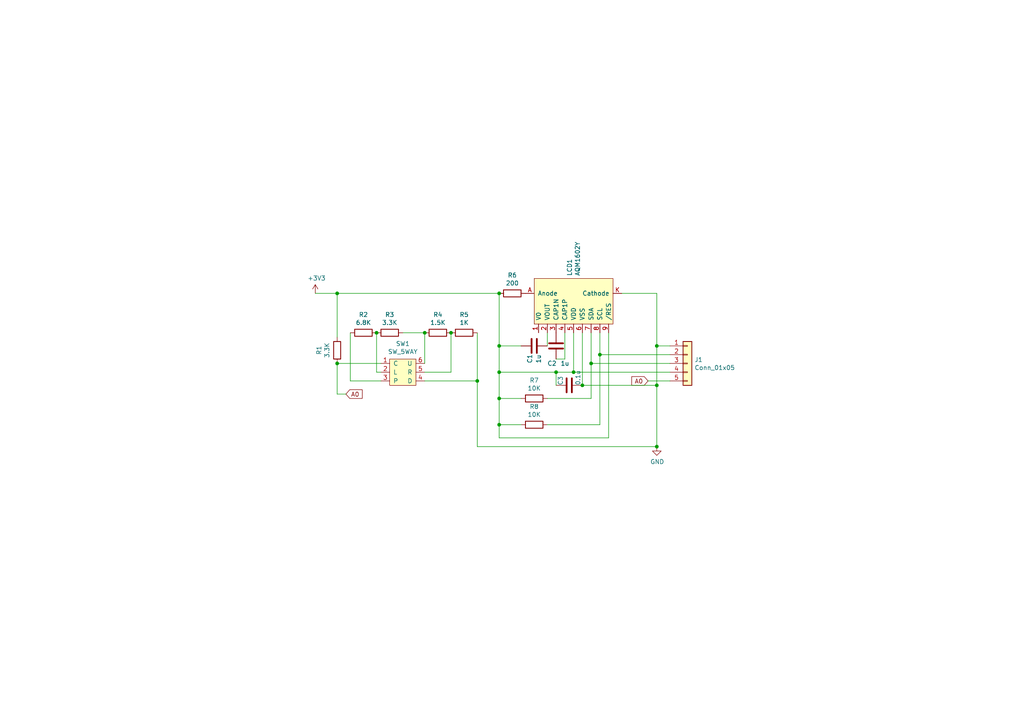
<source format=kicad_sch>
(kicad_sch (version 20231120) (generator "eeschema") (generator_version "8.0")
  (paper "A4")
  (title_block (title "5way switch LCD interface") (date "2023-02-24") (rev "1.0") (company "Nakanohito"))
  (lib_symbols
    (symbol "5way_lcd_interface-rescue:+3.3V-power" (power) (pin_names (offset 0))
      (property "Value" "power_+3.3V" (at 0 3.556 0))
      (symbol "+3.3V-power_0_1"
        (polyline (pts (xy -0.762 1.27) (xy 0 2.54)))
        (polyline (pts (xy 0 0) (xy 0 2.54)))
        (polyline (pts (xy 0 2.54) (xy 0.762 1.27)))
      )
      (symbol "+3.3V-power_1_1"
        (pin power_in line (at 0 0 90) (length 0) hide (name "+3V3") (number "1"))
      )
    )
    (symbol "5way_lcd_interface-rescue:GND-power" (power) (pin_names (offset 0))
      (property "Value" "power_GND" (at 0 -3.81 0))
      (symbol "GND-power_0_1"
        (polyline (pts (xy 0 0) (xy 0 -1.27) (xy 1.27 -1.27) (xy 0 -2.54) (xy -1.27 -1.27) (xy 0 -1.27)))
      )
      (symbol "GND-power_1_1"
        (pin power_in line (at 0 0 270) (length 0) hide (name "GND") (number "1"))
      )
    )
    (symbol "Connector_Generic:Conn_01x05" (pin_names (offset 1.016) hide)
      (property "Reference" "J" (at 0 7.62 0))
      (property "Value" "Conn_01x05" (at 0 -7.62 0))
      (symbol "Conn_01x05_1_1"
        (rectangle (start -1.27 -4.953) (end 0 -5.207) (stroke (width 0.1524)))
        (rectangle (start -1.27 -2.413) (end 0 -2.667) (stroke (width 0.1524)))
        (rectangle (start -1.27 0.127) (end 0 -0.127) (stroke (width 0.1524)))
        (rectangle (start -1.27 2.667) (end 0 2.413) (stroke (width 0.1524)))
        (rectangle (start -1.27 5.207) (end 0 4.953) (stroke (width 0.1524)))
        (rectangle (start -1.27 6.35) (end 1.27 -6.35) (stroke (width 0.254)) (fill (type background)))
        (pin passive line (at -5.08 5.08 0) (length 3.81) (name "Pin_1") (number "1"))
        (pin passive line (at -5.08 2.54 0) (length 3.81) (name "Pin_2") (number "2"))
        (pin passive line (at -5.08 0 0) (length 3.81) (name "Pin_3") (number "3"))
        (pin passive line (at -5.08 -2.54 0) (length 3.81) (name "Pin_4") (number "4"))
        (pin passive line (at -5.08 -5.08 0) (length 3.81) (name "Pin_5") (number "5"))
      )
    )
    (symbol "Device:C" (pin_numbers hide) (pin_names (offset 0.254))
      (property "Reference" "C" (at 0.635 2.54 0))
      (property "Value" "C" (at 0.635 -2.54 0))
      (symbol "C_0_1"
        (polyline (pts (xy -2.032 -0.762) (xy 2.032 -0.762)) (stroke (width 0.508)))
        (polyline (pts (xy -2.032 0.762) (xy 2.032 0.762)) (stroke (width 0.508)))
      )
      (symbol "C_1_1"
        (pin passive line (at 0 3.81 270) (length 2.794) (name "~") (number "1"))
        (pin passive line (at 0 -3.81 90) (length 2.794) (name "~") (number "2"))
      )
    )
    (symbol "Device:R" (pin_numbers hide) (pin_names (offset 0))
      (property "Reference" "R" (at 2.032 0 90))
      (property "Value" "R" (at 0 0 90))
      (symbol "R_0_1"
        (rectangle (start -1.016 -2.54) (end 1.016 2.54) (stroke (width 0.254)))
      )
      (symbol "R_1_1"
        (pin passive line (at 0 3.81 270) (length 1.27) (name "~") (number "1"))
        (pin passive line (at 0 -3.81 90) (length 1.27) (name "~") (number "2"))
      )
    )
    (symbol "User_Library:AQM1602Y" (pin_names (offset 1.016))
      (property "Reference" "LCD" (at 5.334 2.286 0))
      (property "Value" "AQM1602Y" (at 8.382 6.858 0))
      (symbol "AQM1602Y_0_1"
        (rectangle (start 2.54 1.27) (end 15.748 -21.59) (fill (type background)))
      )
      (symbol "AQM1602Y_1_1"
        (pin input line (at 0 0 0) (length 2.54) (name "V0") (number "1"))
        (pin bidirectional line (at 0 -2.54 0) (length 2.54) (name "VOUT") (number "2"))
        (pin input line (at 0 -5.08 0) (length 2.54) (name "CAP1N") (number "3"))
        (pin output line (at 0 -7.62 0) (length 2.54) (name "CAP1P") (number "4"))
        (pin input line (at 0 -10.16 0) (length 2.54) (name "VDD") (number "5"))
        (pin output line (at 0 -12.7 0) (length 2.54) (name "VSS") (number "6"))
        (pin bidirectional line (at 0 -15.24 0) (length 2.54) (name "SDA") (number "7"))
        (pin bidirectional line (at 0 -17.78 0) (length 2.54) (name "SCL") (number "8"))
        (pin input line (at 0 -20.32 0) (length 2.54) (name "/RES") (number "9"))
        (pin input line (at 11.43 3.81 270) (length 2.54) (name "Anode") (number "A"))
        (pin output line (at 11.43 -24.13 90) (length 2.54) (name "Cathode") (number "K"))
      )
    )
    (symbol "User_Library:SW_5WAY" (pin_names (offset 1.016))
      (property "Reference" "SW" (at 4.445 5.08 0))
      (property "Value" "SW_5WAY" (at 6.985 2.54 0))
      (symbol "SW_5WAY_0_1"
        (rectangle (start 10.16 1.27) (end 2.54 -6.35) (fill (type background)))
      )
      (symbol "SW_5WAY_1_1"
        (pin bidirectional line (at 0 0 0) (length 2.54) (name "C") (number "1"))
        (pin bidirectional line (at 0 -2.54 0) (length 2.54) (name "L") (number "2"))
        (pin bidirectional line (at 0 -5.08 0) (length 2.54) (name "P") (number "3"))
        (pin bidirectional line (at 12.7 -5.08 180) (length 2.54) (name "D") (number "4"))
        (pin bidirectional line (at 12.7 -2.54 180) (length 2.54) (name "R") (number "5"))
        (pin bidirectional line (at 12.7 0 180) (length 2.54) (name "U") (number "6"))
      )
    )
  )
  (junction (at 138.43 110.49))
  (junction (at 173.99 102.87))
  (junction (at 168.91 111.76))
  (junction (at 190.5 100.33))
  (junction (at 190.5 129.54))
  (junction (at 130.81 96.52))
  (junction (at 144.78 85.09))
  (junction (at 97.79 105.41))
  (junction (at 144.78 107.95))
  (junction (at 144.78 100.33))
  (junction (at 166.37 107.95))
  (junction (at 123.19 96.52))
  (junction (at 171.45 105.41))
  (junction (at 190.5 111.76))
  (junction (at 109.22 96.52))
  (junction (at 97.79 85.09))
  (junction (at 144.78 115.57))
  (junction (at 144.78 123.19))
  (junction (at 161.29 107.95))
  (wire (pts (xy 144.78 85.09) (xy 144.78 100.33)))
  (wire (pts (xy 130.81 96.52) (xy 130.81 107.95)))
  (wire (pts (xy 171.45 105.41) (xy 171.45 115.57)))
  (wire (pts (xy 144.78 107.95) (xy 161.29 107.95)))
  (wire (pts (xy 176.53 96.52) (xy 176.53 127)))
  (wire (pts (xy 101.6 96.52) (xy 101.6 110.49)))
  (wire (pts (xy 173.99 102.87) (xy 173.99 123.19)))
  (wire (pts (xy 190.5 85.09) (xy 190.5 100.33)))
  (wire (pts (xy 194.31 100.33) (xy 190.5 100.33)))
  (wire (pts (xy 144.78 127) (xy 176.53 127)))
  (wire (pts (xy 194.31 102.87) (xy 173.99 102.87)))
  (wire (pts (xy 171.45 105.41) (xy 194.31 105.41)))
  (wire (pts (xy 101.6 110.49) (xy 110.49 110.49)))
  (wire (pts (xy 166.37 96.52) (xy 166.37 107.95)))
  (wire (pts (xy 144.78 100.33) (xy 144.78 107.95)))
  (wire (pts (xy 187.96 110.49) (xy 194.31 110.49)))
  (wire (pts (xy 97.79 114.3) (xy 100.33 114.3)))
  (wire (pts (xy 138.43 96.52) (xy 138.43 110.49)))
  (wire (pts (xy 116.84 96.52) (xy 123.19 96.52)))
  (wire (pts (xy 123.19 107.95) (xy 130.81 107.95)))
  (wire (pts (xy 138.43 110.49) (xy 138.43 129.54)))
  (wire (pts (xy 91.44 85.09) (xy 97.79 85.09)))
  (wire (pts (xy 158.75 96.52) (xy 158.75 100.33)))
  (wire (pts (xy 163.83 104.14) (xy 161.29 104.14)))
  (wire (pts (xy 161.29 107.95) (xy 161.29 111.76)))
  (wire (pts (xy 158.75 115.57) (xy 171.45 115.57)))
  (wire (pts (xy 97.79 85.09) (xy 144.78 85.09)))
  (wire (pts (xy 97.79 85.09) (xy 97.79 97.79)))
  (wire (pts (xy 161.29 107.95) (xy 166.37 107.95)))
  (wire (pts (xy 110.49 105.41) (xy 97.79 105.41)))
  (wire (pts (xy 97.79 105.41) (xy 97.79 114.3)))
  (wire (pts (xy 144.78 123.19) (xy 144.78 127)))
  (wire (pts (xy 171.45 96.52) (xy 171.45 105.41)))
  (wire (pts (xy 123.19 96.52) (xy 123.19 105.41)))
  (wire (pts (xy 151.13 123.19) (xy 144.78 123.19)))
  (wire (pts (xy 163.83 96.52) (xy 163.83 104.14)))
  (wire (pts (xy 109.22 96.52) (xy 109.22 107.95)))
  (wire (pts (xy 168.91 111.76) (xy 190.5 111.76)))
  (wire (pts (xy 151.13 100.33) (xy 144.78 100.33)))
  (wire (pts (xy 144.78 107.95) (xy 144.78 115.57)))
  (wire (pts (xy 190.5 111.76) (xy 190.5 129.54)))
  (wire (pts (xy 173.99 96.52) (xy 173.99 102.87)))
  (wire (pts (xy 144.78 115.57) (xy 144.78 123.19)))
  (wire (pts (xy 166.37 107.95) (xy 194.31 107.95)))
  (wire (pts (xy 180.34 85.09) (xy 190.5 85.09)))
  (wire (pts (xy 158.75 123.19) (xy 173.99 123.19)))
  (wire (pts (xy 168.91 96.52) (xy 168.91 111.76)))
  (wire (pts (xy 151.13 115.57) (xy 144.78 115.57)))
  (wire (pts (xy 138.43 129.54) (xy 190.5 129.54)))
  (wire (pts (xy 190.5 100.33) (xy 190.5 111.76)))
  (wire (pts (xy 109.22 107.95) (xy 110.49 107.95)))
  (wire (pts (xy 123.19 110.49) (xy 138.43 110.49)))
  (global_label "A0" (shape input) (at 187.96 110.49 180) (property "Intersheetrefs" "${INTERSHEET_REFS}" (effects (hide yes))))
  (global_label "A0" (shape input) (at 100.33 114.3 0) (property "Intersheetrefs" "${INTERSHEET_REFS}" (effects (hide yes))))
  (symbol (lib_id "User_Library:AQM1602Y") (at 156.21 96.52 90) (unit 1)
    (property "Reference" "LCD1" (at 165.2016 80.0608 0) (effects (justify left)))
    (property "Value" "AQM1602Y" (at 167.513 80.0608 0) (effects (justify left)))
    (property "Footprint" "User_Library:AQM1602Y" (effects (hide yes)))
    (property "Datasheet" "https://akizukidenshi.com/download/ds/zettler/AQM1602Y-NLW-FBW.pdf" (effects (hide yes)))
  )
  (symbol (lib_id "User_Library:SW_5WAY") (at 110.49 105.41 0) (unit 1)
    (property "Reference" "SW1" (at 116.84 99.695 0))
    (property "Value" "SW_5WAY" (at 116.84 102.0064 0))
    (property "Footprint" "User_Library:SW_5WAY" (effects (hide yes)))
  )
  (symbol (lib_id "Device:R") (at 148.59 85.09 90) (unit 1)
    (property "Reference" "R6" (at 148.59 79.8322 90))
    (property "Value" "200" (at 148.59 82.1436 90))
    (property "Footprint" "Resistor_THT:R_Axial_DIN0204_L3.6mm_D1.6mm_P7.62mm_Horizontal" (effects (hide yes)))
  )
  (symbol (lib_id "Device:C") (at 154.94 100.33 90) (unit 1)
    (property "Reference" "C1" (at 153.67 105.41 0) (effects (justify left)))
    (property "Value" "1u" (at 156.21 105.41 0) (effects (justify left)))
    (property "Footprint" "Capacitor_THT:C_Disc_D3.0mm_W1.6mm_P2.50mm" (effects (hide yes)))
  )
  (symbol (lib_id "Device:C") (at 161.29 100.33 0) (unit 1)
    (property "Reference" "C2" (at 158.75 105.41 0) (effects (justify left)))
    (property "Value" "1u" (at 162.56 105.41 0) (effects (justify left)))
    (property "Footprint" "Capacitor_THT:C_Disc_D3.0mm_W1.6mm_P2.50mm" (effects (hide yes)))
  )
  (symbol (lib_id "5way_lcd_interface-rescue:GND-power") (at 190.5 129.54 0) (unit 1)
    (property "Reference" "#PWR0101" (effects (hide yes)))
    (property "Value" "GND" (at 190.627 133.9342 0))
  )
  (symbol (lib_id "5way_lcd_interface-rescue:+3.3V-power") (at 91.44 85.09 0) (unit 1)
    (property "Reference" "#PWR0102" (effects (hide yes)))
    (property "Value" "+3V3" (at 91.821 80.6958 0))
  )
  (symbol (lib_id "Device:C") (at 165.1 111.76 90) (unit 1)
    (property "Reference" "C3" (at 162.56 111.76 0) (effects (justify left)))
    (property "Value" "0.1u" (at 167.64 111.76 0) (effects (justify left)))
    (property "Footprint" "Capacitor_THT:C_Disc_D3.0mm_W1.6mm_P2.50mm" (effects (hide yes)))
  )
  (symbol (lib_id "Device:R") (at 154.94 115.57 270) (unit 1)
    (property "Reference" "R7" (at 154.94 110.3122 90))
    (property "Value" "10K" (at 154.94 112.6236 90))
    (property "Footprint" "Resistor_THT:R_Axial_DIN0204_L3.6mm_D1.6mm_P7.62mm_Horizontal" (effects (hide yes)))
  )
  (symbol (lib_id "Device:R") (at 154.94 123.19 270) (unit 1)
    (property "Reference" "R8" (at 154.94 117.9322 90))
    (property "Value" "10K" (at 154.94 120.2436 90))
    (property "Footprint" "Resistor_THT:R_Axial_DIN0204_L3.6mm_D1.6mm_P7.62mm_Horizontal" (effects (hide yes)))
  )
  (symbol (lib_id "Device:R") (at 105.41 96.52 270) (unit 1)
    (property "Reference" "R2" (at 105.41 91.2622 90))
    (property "Value" "6.8K" (at 105.41 93.5736 90))
    (property "Footprint" "Resistor_THT:R_Axial_DIN0204_L3.6mm_D1.6mm_P7.62mm_Horizontal" (effects (hide yes)))
  )
  (symbol (lib_id "Device:R") (at 113.03 96.52 270) (unit 1)
    (property "Reference" "R3" (at 113.03 91.2622 90))
    (property "Value" "3.3K" (at 113.03 93.5736 90))
    (property "Footprint" "Resistor_THT:R_Axial_DIN0204_L3.6mm_D1.6mm_P7.62mm_Horizontal" (effects (hide yes)))
  )
  (symbol (lib_id "Device:R") (at 127 96.52 270) (unit 1)
    (property "Reference" "R4" (at 127 91.2622 90))
    (property "Value" "1.5K" (at 127 93.5736 90))
    (property "Footprint" "Resistor_THT:R_Axial_DIN0204_L3.6mm_D1.6mm_P7.62mm_Horizontal" (effects (hide yes)))
  )
  (symbol (lib_id "Device:R") (at 134.62 96.52 270) (unit 1)
    (property "Reference" "R5" (at 134.62 91.2622 90))
    (property "Value" "1K" (at 134.62 93.5736 90))
    (property "Footprint" "Resistor_THT:R_Axial_DIN0204_L3.6mm_D1.6mm_P7.62mm_Horizontal" (effects (hide yes)))
  )
  (symbol (lib_id "Device:R") (at 97.79 101.6 0) (unit 1)
    (property "Reference" "R1" (at 92.5322 101.6 90))
    (property "Value" "3.3K" (at 94.8436 101.6 90))
    (property "Footprint" "Resistor_THT:R_Axial_DIN0204_L3.6mm_D1.6mm_P7.62mm_Horizontal" (effects (hide yes)))
  )
  (symbol (lib_id "Connector_Generic:Conn_01x05") (at 199.39 105.41 0) (unit 1)
    (property "Reference" "J1" (at 201.422 104.3432 0) (effects (justify left)))
    (property "Value" "Conn_01x05" (at 201.422 106.6546 0) (effects (justify left)))
    (property "Footprint" "Connector_PinSocket_2.54mm:PinSocket_1x05_P2.54mm_Vertical" (effects (hide yes)))
  )
)
</source>
